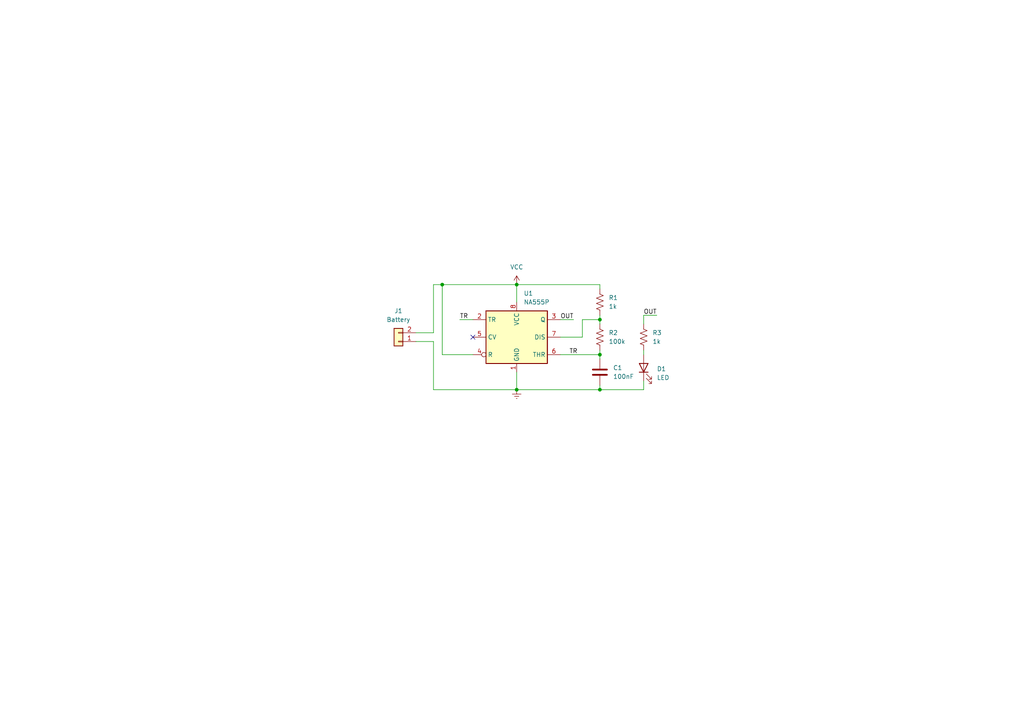
<source format=kicad_sch>
(kicad_sch (version 20211123) (generator eeschema)
  (paper "A4")
  (lib_symbols
    (symbol "Connector_Generic:Conn_01x02" (pin_names (offset 1.016) hide)
      (property "Reference" "J" (at 0 2.54 0))
      (property "Value" "Conn_01x02" (at 0 -5.08 0))
      (symbol "Conn_01x02_1_1"
        (rectangle (start -1.27 -2.413) (end 0 -2.667) (stroke (width 0.1524)))
        (rectangle (start -1.27 0.127) (end 0 -0.127) (stroke (width 0.1524)))
        (rectangle (start -1.27 1.27) (end 1.27 -3.81) (stroke (width 0.254)) (fill (type background)))
        (pin passive line (at -5.08 0 0) (length 3.81) (name "Pin_1") (number "1"))
        (pin passive line (at -5.08 -2.54 0) (length 3.81) (name "Pin_2") (number "2"))
      )
    )
    (symbol "Device:C" (pin_numbers hide) (pin_names (offset 0.254))
      (property "Reference" "C" (at 0.635 2.54 0))
      (property "Value" "C" (at 0.635 -2.54 0))
      (symbol "C_0_1"
        (polyline (pts (xy -2.032 -0.762) (xy 2.032 -0.762)) (stroke (width 0.508)))
        (polyline (pts (xy -2.032 0.762) (xy 2.032 0.762)) (stroke (width 0.508)))
      )
      (symbol "C_1_1"
        (pin passive line (at 0 3.81 270) (length 2.794) (name "~") (number "1"))
        (pin passive line (at 0 -3.81 90) (length 2.794) (name "~") (number "2"))
      )
    )
    (symbol "Device:LED" (pin_numbers hide) (pin_names (offset 1.016) hide)
      (property "Reference" "D" (at 0 2.54 0))
      (property "Value" "LED" (at 0 -2.54 0))
      (symbol "LED_0_1"
        (polyline (pts (xy -1.27 -1.27) (xy -1.27 1.27)) (stroke (width 0.254)))
        (polyline (pts (xy -1.27 0) (xy 1.27 0)))
        (polyline (pts (xy 1.27 -1.27) (xy 1.27 1.27) (xy -1.27 0) (xy 1.27 -1.27)) (stroke (width 0.254)))
        (polyline (pts (xy -3.048 -0.762) (xy -4.572 -2.286) (xy -3.81 -2.286) (xy -4.572 -2.286) (xy -4.572 -1.524)))
        (polyline (pts (xy -1.778 -0.762) (xy -3.302 -2.286) (xy -2.54 -2.286) (xy -3.302 -2.286) (xy -3.302 -1.524)))
      )
      (symbol "LED_1_1"
        (pin passive line (at -3.81 0 0) (length 2.54) (name "K") (number "1"))
        (pin passive line (at 3.81 0 180) (length 2.54) (name "A") (number "2"))
      )
    )
    (symbol "Device:R_US" (pin_numbers hide) (pin_names (offset 0))
      (property "Reference" "R" (at 2.54 0 90))
      (property "Value" "R_US" (at -2.54 0 90))
      (symbol "R_US_0_1"
        (polyline (pts (xy 0 -2.286) (xy 0 -2.54)))
        (polyline (pts (xy 0 2.286) (xy 0 2.54)))
        (polyline (pts (xy 0 -0.762) (xy 1.016 -1.143) (xy 0 -1.524) (xy -1.016 -1.905) (xy 0 -2.286)))
        (polyline (pts (xy 0 0.762) (xy 1.016 0.381) (xy 0 0) (xy -1.016 -0.381) (xy 0 -0.762)))
        (polyline (pts (xy 0 2.286) (xy 1.016 1.905) (xy 0 1.524) (xy -1.016 1.143) (xy 0 0.762)))
      )
      (symbol "R_US_1_1"
        (pin passive line (at 0 3.81 270) (length 1.27) (name "~") (number "1"))
        (pin passive line (at 0 -3.81 90) (length 1.27) (name "~") (number "2"))
      )
    )
    (symbol "Timer:NA555P"
      (property "Reference" "U" (at -10.16 8.89 0))
      (property "Value" "NA555P" (at 2.54 8.89 0))
      (symbol "NA555P_0_0"
        (pin power_in line (at 0 -10.16 90) (length 2.54) (name "GND") (number "1"))
        (pin power_in line (at 0 10.16 270) (length 2.54) (name "VCC") (number "8"))
      )
      (symbol "NA555P_0_1"
        (rectangle (start -8.89 -7.62) (end 8.89 7.62) (stroke (width 0.254)) (fill (type background)))
        (rectangle (start -8.89 -7.62) (end 8.89 7.62) (stroke (width 0.254)) (fill (type background)))
      )
      (symbol "NA555P_1_1"
        (pin input line (at -12.7 5.08 0) (length 3.81) (name "TR") (number "2"))
        (pin output line (at 12.7 5.08 180) (length 3.81) (name "Q") (number "3"))
        (pin input inverted (at -12.7 -5.08 0) (length 3.81) (name "R") (number "4"))
        (pin input line (at -12.7 0 0) (length 3.81) (name "CV") (number "5"))
        (pin input line (at 12.7 -5.08 180) (length 3.81) (name "THR") (number "6"))
        (pin input line (at 12.7 0 180) (length 3.81) (name "DIS") (number "7"))
      )
    )
    (symbol "power:Earth" (power) (pin_names (offset 0))
      (symbol "Earth_0_1"
        (polyline (pts (xy -0.635 -1.905) (xy 0.635 -1.905)))
        (polyline (pts (xy -0.127 -2.54) (xy 0.127 -2.54)))
        (polyline (pts (xy 0 -1.27) (xy 0 0)))
        (polyline (pts (xy 1.27 -1.27) (xy -1.27 -1.27)))
      )
      (symbol "Earth_1_1"
        (pin power_in line (at 0 0 270) (length 0) hide (name "Earth") (number "1"))
      )
    )
    (symbol "power:VCC" (power) (pin_names (offset 0))
      (property "Value" "VCC" (at 0 3.81 0))
      (symbol "VCC_0_1"
        (polyline (pts (xy -0.762 1.27) (xy 0 2.54)))
        (polyline (pts (xy 0 0) (xy 0 2.54)))
        (polyline (pts (xy 0 2.54) (xy 0.762 1.27)))
      )
      (symbol "VCC_1_1"
        (pin power_in line (at 0 0 90) (length 0) hide (name "VCC") (number "1"))
      )
    )
  )
  (junction (at 173.99 102.87))
  (junction (at 149.86 113.03))
  (junction (at 173.99 92.71))
  (junction (at 149.86 82.55))
  (junction (at 128.27 82.55))
  (junction (at 173.99 113.03))
  (no_connect (at 137.16 97.79))
  (wire (pts (xy 173.99 101.6) (xy 173.99 102.87)))
  (wire (pts (xy 186.69 93.98) (xy 186.69 91.44)))
  (wire (pts (xy 186.69 113.03) (xy 186.69 110.49)))
  (wire (pts (xy 173.99 83.82) (xy 173.99 82.55)))
  (wire (pts (xy 186.69 101.6) (xy 186.69 102.87)))
  (wire (pts (xy 168.91 97.79) (xy 168.91 92.71)))
  (wire (pts (xy 173.99 113.03) (xy 186.69 113.03)))
  (wire (pts (xy 162.56 92.71) (xy 166.37 92.71)))
  (wire (pts (xy 168.91 92.71) (xy 173.99 92.71)))
  (wire (pts (xy 173.99 92.71) (xy 173.99 93.98)))
  (wire (pts (xy 125.73 113.03) (xy 149.86 113.03)))
  (wire (pts (xy 133.35 92.71) (xy 137.16 92.71)))
  (wire (pts (xy 162.56 102.87) (xy 173.99 102.87)))
  (wire (pts (xy 125.73 99.06) (xy 125.73 113.03)))
  (wire (pts (xy 173.99 82.55) (xy 149.86 82.55)))
  (wire (pts (xy 137.16 102.87) (xy 128.27 102.87)))
  (wire (pts (xy 186.69 91.44) (xy 190.5 91.44)))
  (wire (pts (xy 149.86 82.55) (xy 128.27 82.55)))
  (wire (pts (xy 125.73 96.52) (xy 120.65 96.52)))
  (wire (pts (xy 149.86 113.03) (xy 173.99 113.03)))
  (wire (pts (xy 120.65 99.06) (xy 125.73 99.06)))
  (wire (pts (xy 173.99 91.44) (xy 173.99 92.71)))
  (wire (pts (xy 128.27 82.55) (xy 125.73 82.55)))
  (wire (pts (xy 173.99 102.87) (xy 173.99 104.14)))
  (wire (pts (xy 173.99 113.03) (xy 173.99 111.76)))
  (wire (pts (xy 149.86 82.55) (xy 149.86 87.63)))
  (wire (pts (xy 162.56 97.79) (xy 168.91 97.79)))
  (wire (pts (xy 128.27 102.87) (xy 128.27 82.55)))
  (wire (pts (xy 125.73 82.55) (xy 125.73 96.52)))
  (wire (pts (xy 149.86 107.95) (xy 149.86 113.03)))
  (label "OUT" (at 190.5 91.44 180))
  (label "OUT" (at 166.37 92.71 180))
  (label "TR" (at 133.35 92.71 0))
  (label "TR" (at 165.1 102.87 0))
  (symbol (lib_id "Device:LED") (at 186.69 106.68 90) (unit 1)
    (property "Reference" "D1" (at 190.5 106.9974 90) (effects (justify right)))
    (property "Value" "LED" (at 190.5 109.5374 90) (effects (justify right)))
    (property "Footprint" "LED_THT:LED_D3.0mm" (effects hide))
  )
  (symbol (lib_id "power:Earth") (at 149.86 113.03 0) (unit 1)
    (property "Reference" "#PWR0101" (effects hide))
    (property "Value" "Earth" (effects hide))
  )
  (symbol (lib_id "power:VCC") (at 149.86 82.55 0) (unit 1)
    (property "Reference" "#PWR0102" (effects hide))
    (property "Value" "VCC" (at 149.86 77.47 0))
  )
  (symbol (lib_id "Device:R_US") (at 173.99 87.63 0) (unit 1)
    (property "Reference" "R1" (at 176.53 86.3599 0) (effects (justify left)))
    (property "Value" "1k" (at 176.53 88.8999 0) (effects (justify left)))
    (property "Footprint" "Resistor_THT:R_Axial_DIN0207_L6.3mm_D2.5mm_P10.16mm_Horizontal" (effects hide))
  )
  (symbol (lib_id "Device:R_US") (at 186.69 97.79 0) (unit 1)
    (property "Reference" "R3" (at 189.23 96.5199 0) (effects (justify left)))
    (property "Value" "1k" (at 189.23 99.0599 0) (effects (justify left)))
    (property "Footprint" "Resistor_THT:R_Axial_DIN0207_L6.3mm_D2.5mm_P10.16mm_Horizontal" (effects hide))
  )
  (symbol (lib_id "Device:C") (at 173.99 107.95 0) (unit 1)
    (property "Reference" "C1" (at 177.8 106.6799 0) (effects (justify left)))
    (property "Value" "100nF" (at 177.8 109.2199 0) (effects (justify left)))
    (property "Footprint" "Capacitor_THT:CP_Radial_D4.0mm_P2.00mm" (effects hide))
  )
  (symbol (lib_id "Connector_Generic:Conn_01x02") (at 115.57 99.06 180) (unit 1)
    (property "Reference" "J1" (at 115.57 90.17 0))
    (property "Value" "Battery" (at 115.57 92.71 0))
    (property "Footprint" "Connector_PinSocket_2.54mm:PinSocket_1x02_P2.54mm_Vertical" (effects hide))
  )
  (symbol (lib_id "Timer:NA555P") (at 149.86 97.79 0) (unit 1)
    (property "Reference" "U1" (at 151.8794 85.09 0) (effects (justify left)))
    (property "Value" "NA555P" (at 151.8794 87.63 0) (effects (justify left)))
    (property "Footprint" "Package_DIP:DIP-8_W7.62mm" (effects hide))
    (property "Datasheet" "http://www.ti.com/lit/ds/symlink/ne555.pdf" (effects hide))
  )
  (symbol (lib_id "Device:R_US") (at 173.99 97.79 0) (unit 1)
    (property "Reference" "R2" (at 176.53 96.5199 0) (effects (justify left)))
    (property "Value" "100k" (at 176.53 99.0599 0) (effects (justify left)))
    (property "Footprint" "Resistor_THT:R_Axial_DIN0207_L6.3mm_D2.5mm_P10.16mm_Horizontal" (effects hide))
  )
)
</source>
